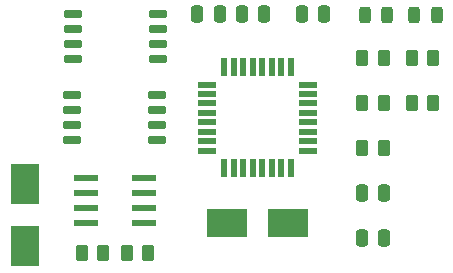
<source format=gtp>
%TF.GenerationSoftware,KiCad,Pcbnew,7.0.5-0*%
%TF.CreationDate,2023-07-20T08:32:01+02:00*%
%TF.ProjectId,MCU-Datalogger,4d43552d-4461-4746-916c-6f676765722e,V1.0*%
%TF.SameCoordinates,Original*%
%TF.FileFunction,Paste,Top*%
%TF.FilePolarity,Positive*%
%FSLAX46Y46*%
G04 Gerber Fmt 4.6, Leading zero omitted, Abs format (unit mm)*
G04 Created by KiCad (PCBNEW 7.0.5-0) date 2023-07-20 08:32:01*
%MOMM*%
%LPD*%
G01*
G04 APERTURE LIST*
G04 Aperture macros list*
%AMRoundRect*
0 Rectangle with rounded corners*
0 $1 Rounding radius*
0 $2 $3 $4 $5 $6 $7 $8 $9 X,Y pos of 4 corners*
0 Add a 4 corners polygon primitive as box body*
4,1,4,$2,$3,$4,$5,$6,$7,$8,$9,$2,$3,0*
0 Add four circle primitives for the rounded corners*
1,1,$1+$1,$2,$3*
1,1,$1+$1,$4,$5*
1,1,$1+$1,$6,$7*
1,1,$1+$1,$8,$9*
0 Add four rect primitives between the rounded corners*
20,1,$1+$1,$2,$3,$4,$5,0*
20,1,$1+$1,$4,$5,$6,$7,0*
20,1,$1+$1,$6,$7,$8,$9,0*
20,1,$1+$1,$8,$9,$2,$3,0*%
G04 Aperture macros list end*
%ADD10RoundRect,0.250000X0.262500X0.450000X-0.262500X0.450000X-0.262500X-0.450000X0.262500X-0.450000X0*%
%ADD11RoundRect,0.250000X-0.262500X-0.450000X0.262500X-0.450000X0.262500X0.450000X-0.262500X0.450000X0*%
%ADD12RoundRect,0.150000X-0.650000X-0.150000X0.650000X-0.150000X0.650000X0.150000X-0.650000X0.150000X0*%
%ADD13RoundRect,0.243750X-0.243750X-0.456250X0.243750X-0.456250X0.243750X0.456250X-0.243750X0.456250X0*%
%ADD14RoundRect,0.250000X0.250000X0.475000X-0.250000X0.475000X-0.250000X-0.475000X0.250000X-0.475000X0*%
%ADD15RoundRect,0.250000X-0.250000X-0.475000X0.250000X-0.475000X0.250000X0.475000X-0.250000X0.475000X0*%
%ADD16R,2.400000X3.500000*%
%ADD17R,3.500000X2.400000*%
%ADD18R,1.500000X0.550000*%
%ADD19R,0.550000X1.500000*%
%ADD20RoundRect,0.041300X-0.943700X-0.253700X0.943700X-0.253700X0.943700X0.253700X-0.943700X0.253700X0*%
G04 APERTURE END LIST*
D10*
%TO.C,R3*%
X162480000Y-90170000D03*
X160655000Y-90170000D03*
%TD*%
D11*
%TO.C,R6*%
X164822500Y-86360000D03*
X166647500Y-86360000D03*
%TD*%
D10*
%TO.C,R2*%
X142517500Y-99060000D03*
X140692500Y-99060000D03*
%TD*%
D12*
%TO.C,U2*%
X136125400Y-78867400D03*
X136125400Y-80137400D03*
X136125400Y-81407400D03*
X136125400Y-82677400D03*
X143325400Y-82677400D03*
X143325400Y-81407400D03*
X143325400Y-80137400D03*
X143325400Y-78867400D03*
%TD*%
D13*
%TO.C,D1*%
X160886300Y-78907400D03*
X162761300Y-78907400D03*
%TD*%
D14*
%TO.C,C2*%
X162517500Y-93980000D03*
X160617500Y-93980000D03*
%TD*%
D15*
%TO.C,C5*%
X155514000Y-78892400D03*
X157414000Y-78892400D03*
%TD*%
D11*
%TO.C,R1*%
X136882500Y-99060000D03*
X138707500Y-99060000D03*
%TD*%
D16*
%TO.C,Y1*%
X132080000Y-98485000D03*
X132080000Y-93285000D03*
%TD*%
D13*
%TO.C,D2*%
X165053800Y-78907400D03*
X166928800Y-78907400D03*
%TD*%
D10*
%TO.C,R4*%
X162480000Y-86360000D03*
X160655000Y-86360000D03*
%TD*%
D12*
%TO.C,U1*%
X136100000Y-85725000D03*
X136100000Y-86995000D03*
X136100000Y-88265000D03*
X136100000Y-89535000D03*
X143300000Y-89535000D03*
X143300000Y-88265000D03*
X143300000Y-86995000D03*
X143300000Y-85725000D03*
%TD*%
D14*
%TO.C,C1*%
X148574800Y-78892400D03*
X146674800Y-78892400D03*
%TD*%
D17*
%TO.C,Y2*%
X154365000Y-96520000D03*
X149165000Y-96520000D03*
%TD*%
D11*
%TO.C,R7*%
X160655000Y-82550000D03*
X162480000Y-82550000D03*
%TD*%
D10*
%TO.C,R5*%
X166647500Y-82550000D03*
X164822500Y-82550000D03*
%TD*%
D15*
%TO.C,C3*%
X150459400Y-78892400D03*
X152359400Y-78892400D03*
%TD*%
D14*
%TO.C,C4*%
X162517500Y-97790000D03*
X160617500Y-97790000D03*
%TD*%
D18*
%TO.C,U4*%
X147465000Y-84830000D03*
X147465000Y-85630000D03*
X147465000Y-86430000D03*
X147465000Y-87230000D03*
X147465000Y-88030000D03*
X147465000Y-88830000D03*
X147465000Y-89630000D03*
X147465000Y-90430000D03*
D19*
X148965000Y-91930000D03*
X149765000Y-91930000D03*
X150565000Y-91930000D03*
X151365000Y-91930000D03*
X152165000Y-91930000D03*
X152965000Y-91930000D03*
X153765000Y-91930000D03*
X154565000Y-91930000D03*
D18*
X156065000Y-90430000D03*
X156065000Y-89630000D03*
X156065000Y-88830000D03*
X156065000Y-88030000D03*
X156065000Y-87230000D03*
X156065000Y-86430000D03*
X156065000Y-85630000D03*
X156065000Y-84830000D03*
D19*
X154565000Y-83330000D03*
X153765000Y-83330000D03*
X152965000Y-83330000D03*
X152165000Y-83330000D03*
X151365000Y-83330000D03*
X150565000Y-83330000D03*
X149765000Y-83330000D03*
X148965000Y-83330000D03*
%TD*%
D20*
%TO.C,U3*%
X137225000Y-92710000D03*
X137225000Y-93980000D03*
X137225000Y-95250000D03*
X137225000Y-96520000D03*
X142175000Y-96520000D03*
X142175000Y-95250000D03*
X142175000Y-93980000D03*
X142175000Y-92710000D03*
%TD*%
M02*

</source>
